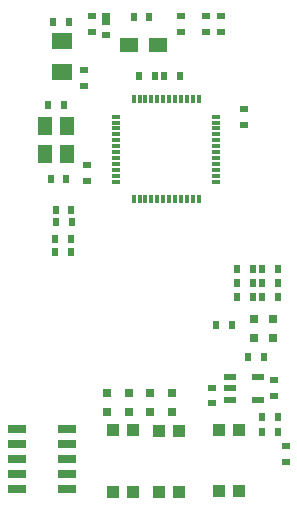
<source format=gtp>
G04 Layer_Color=8421504*
%FSLAX44Y44*%
%MOMM*%
G71*
G01*
G75*
%ADD10R,1.7000X1.4000*%
%ADD11R,1.3000X1.5000*%
%ADD12R,1.5000X1.3000*%
%ADD13R,0.8000X0.3500*%
%ADD14R,0.3500X0.8000*%
%ADD15R,0.8000X0.6000*%
%ADD16R,0.6000X0.8000*%
%ADD17R,0.8000X1.0500*%
%ADD18R,1.0000X1.0000*%
%ADD19R,1.6000X0.6500*%
%ADD20R,0.8000X0.8000*%
%ADD21R,1.0000X0.6000*%
D10*
X80500Y292375D02*
D03*
Y318625D02*
D03*
D11*
X84830Y223149D02*
D03*
X65830Y247149D02*
D03*
X84830D02*
D03*
X65830Y223149D02*
D03*
D12*
X162000Y315750D02*
D03*
X137500D02*
D03*
D13*
X126500Y254750D02*
D03*
Y249750D02*
D03*
Y244750D02*
D03*
Y239750D02*
D03*
Y234750D02*
D03*
Y229750D02*
D03*
Y224750D02*
D03*
Y219750D02*
D03*
Y214750D02*
D03*
Y209750D02*
D03*
Y204750D02*
D03*
Y199750D02*
D03*
X211000D02*
D03*
Y204750D02*
D03*
Y209750D02*
D03*
Y214750D02*
D03*
Y219750D02*
D03*
Y224750D02*
D03*
Y229750D02*
D03*
Y234750D02*
D03*
Y239750D02*
D03*
Y244750D02*
D03*
Y249750D02*
D03*
Y254750D02*
D03*
D14*
X141250Y185000D02*
D03*
X146250D02*
D03*
X151250D02*
D03*
X156250D02*
D03*
X161250D02*
D03*
X166250D02*
D03*
X171250D02*
D03*
X176250D02*
D03*
X181250D02*
D03*
X186250D02*
D03*
X191250D02*
D03*
X196250D02*
D03*
Y269500D02*
D03*
X191250D02*
D03*
X186250D02*
D03*
X181250D02*
D03*
X176250D02*
D03*
X171250D02*
D03*
X166250D02*
D03*
X161250D02*
D03*
X156250D02*
D03*
X151250D02*
D03*
X146250D02*
D03*
X141250D02*
D03*
D15*
X181750Y339858D02*
D03*
Y326396D02*
D03*
X118000Y323892D02*
D03*
X106000Y339608D02*
D03*
Y326146D02*
D03*
X99250Y293854D02*
D03*
Y280392D02*
D03*
X102000Y200392D02*
D03*
Y213854D02*
D03*
X234750Y260858D02*
D03*
Y247396D02*
D03*
X202750Y326396D02*
D03*
Y339858D02*
D03*
X215250Y326646D02*
D03*
Y340108D02*
D03*
X208000Y25358D02*
D03*
Y11896D02*
D03*
X259750Y31608D02*
D03*
Y18146D02*
D03*
X270000Y-37358D02*
D03*
Y-23896D02*
D03*
D16*
X154604Y339500D02*
D03*
X141142D02*
D03*
X263336Y-12452D02*
D03*
X249874D02*
D03*
X263336Y628D02*
D03*
X249874D02*
D03*
X263358Y102000D02*
D03*
X249896D02*
D03*
X263358Y114000D02*
D03*
X249896D02*
D03*
X263358Y125500D02*
D03*
X249896D02*
D03*
X242292Y101790D02*
D03*
X228830D02*
D03*
Y114030D02*
D03*
X242292D02*
D03*
X242104Y125500D02*
D03*
X228642D02*
D03*
X74892Y139750D02*
D03*
X88354D02*
D03*
X74892Y151000D02*
D03*
X88354D02*
D03*
X75206Y165702D02*
D03*
X88668D02*
D03*
X88604Y176000D02*
D03*
X75142D02*
D03*
X84354Y202250D02*
D03*
X70892D02*
D03*
X69146Y264750D02*
D03*
X82608D02*
D03*
X86104Y334750D02*
D03*
X72642D02*
D03*
X159608Y288750D02*
D03*
X146146D02*
D03*
X166892D02*
D03*
X180354D02*
D03*
X238146Y51250D02*
D03*
X251608D02*
D03*
X211396Y78560D02*
D03*
X224858D02*
D03*
D17*
X118000Y337354D02*
D03*
D18*
X213250Y-62250D02*
D03*
X230250D02*
D03*
X213250Y-10250D02*
D03*
X230250D02*
D03*
X124000Y-62750D02*
D03*
X141000D02*
D03*
X124000Y-10750D02*
D03*
X141000D02*
D03*
X162500Y-63000D02*
D03*
X179500D02*
D03*
X162500Y-11000D02*
D03*
X179500D02*
D03*
D19*
X84900Y-60650D02*
D03*
X42100D02*
D03*
X84900Y-47950D02*
D03*
X42100D02*
D03*
X84900Y-35250D02*
D03*
X42100D02*
D03*
X84900Y-22550D02*
D03*
X42100D02*
D03*
X84900Y-9850D02*
D03*
X42100D02*
D03*
D20*
X173500Y20358D02*
D03*
Y4896D02*
D03*
X154750Y20358D02*
D03*
Y4896D02*
D03*
X118750Y20358D02*
D03*
Y4896D02*
D03*
X137000Y20358D02*
D03*
Y4896D02*
D03*
X259500Y83104D02*
D03*
Y67642D02*
D03*
X242750Y83104D02*
D03*
Y67642D02*
D03*
D21*
X246500Y15250D02*
D03*
X222500D02*
D03*
Y24750D02*
D03*
Y34250D02*
D03*
X246500D02*
D03*
M02*

</source>
